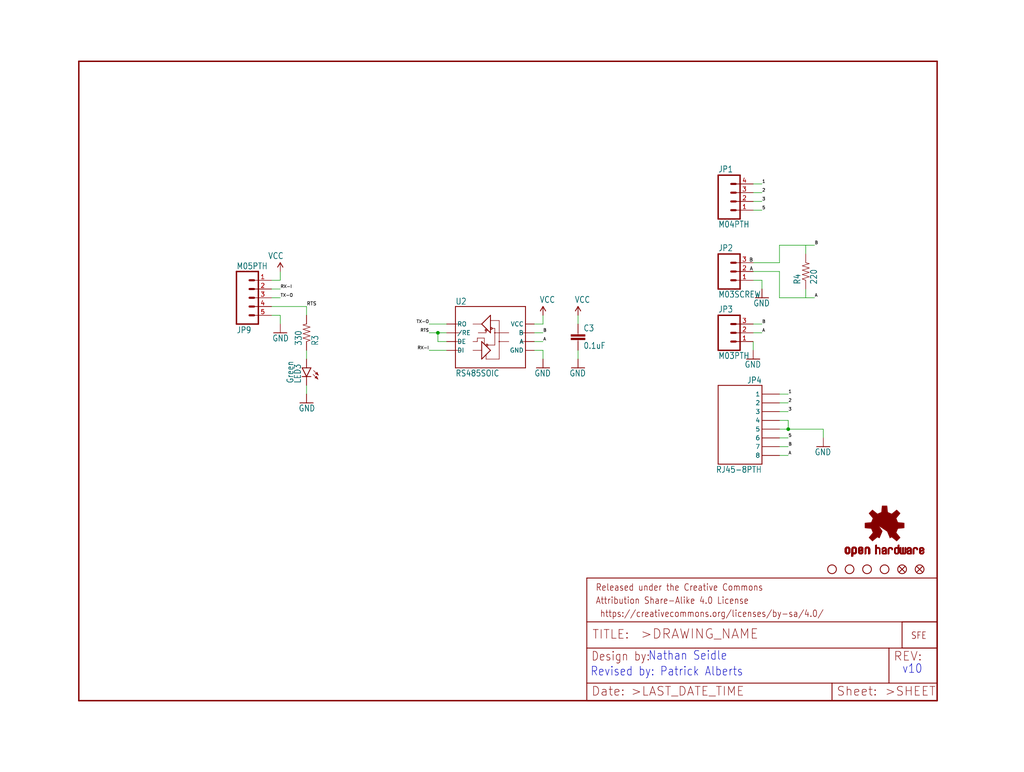
<source format=kicad_sch>
(kicad_sch (version 20211123) (generator eeschema)
  (paper "User" 297.002 223.926)
  (lib_symbols
    (symbol "eagleSchem-eagle-import:0.1UF-25V(+80{slash}-20%)(0603)"
      (property "Reference" "C" (at 1.524 2.921 0))
      (property "Value" "0.1UF-25V(+80{slash}-20%)(0603)" (at 1.524 -2.159 0))
      (symbol "0.1UF-25V(+80{slash}-20%)(0603)_1_0"
        (pin passive line (at 0 5.08 270) (length 2.54) (name "1") (number "1"))
        (pin passive line (at 0 -2.54 90) (length 2.54) (name "2") (number "2"))
      )
    )
    (symbol "eagleSchem-eagle-import:22OHM1{slash}10W1%(0603)"
      (property "Reference" "R" (at -3.81 1.4986 0))
      (property "Value" "22OHM1{slash}10W1%(0603)" (at -3.81 -3.302 0))
      (symbol "22OHM1{slash}10W1%(0603)_1_0"
        (pin passive line (at -5.08 0 0) (length 2.54) (name "1") (number "1"))
        (pin passive line (at 5.08 0 180) (length 2.54) (name "2") (number "2"))
      )
    )
    (symbol "eagleSchem-eagle-import:330OHM1{slash}10W1%(0603)"
      (property "Reference" "R" (at -3.81 1.4986 0))
      (property "Value" "330OHM1{slash}10W1%(0603)" (at -3.81 -3.302 0))
      (symbol "330OHM1{slash}10W1%(0603)_1_0"
        (pin passive line (at -5.08 0 0) (length 2.54) (name "1") (number "1"))
        (pin passive line (at 5.08 0 180) (length 2.54) (name "2") (number "2"))
      )
    )
    (symbol "eagleSchem-eagle-import:FIDUCIAL1X2")
    (symbol "eagleSchem-eagle-import:FRAME-LETTER"
      (symbol "FRAME-LETTER_2_0"
        (text " https://creativecommons.org/licenses/by-sa/4.0/" (at 2.54 24.13 0) (effects (font (size 1.9304 1.6408)) (justify left bottom)))
        (text ">DRAWING_NAME" (at 15.494 17.78 0) (effects (font (size 2.7432 2.7432)) (justify left bottom)))
        (text ">LAST_DATE_TIME" (at 12.7 1.27 0) (effects (font (size 2.54 2.54)) (justify left bottom)))
        (text ">SHEET" (at 86.36 1.27 0) (effects (font (size 2.54 2.54)) (justify left bottom)))
        (text "Attribution Share-Alike 4.0 License" (at 2.54 27.94 0) (effects (font (size 1.9304 1.6408)) (justify left bottom)))
        (text "Date:" (at 1.27 1.27 0) (effects (font (size 2.54 2.54)) (justify left bottom)))
        (text "Design by:" (at 1.27 11.43 0) (effects (font (size 2.54 2.159)) (justify left bottom)))
        (text "Released under the Creative Commons" (at 2.54 31.75 0) (effects (font (size 1.9304 1.6408)) (justify left bottom)))
        (text "REV:" (at 88.9 11.43 0) (effects (font (size 2.54 2.54)) (justify left bottom)))
        (text "Sheet:" (at 72.39 1.27 0) (effects (font (size 2.54 2.54)) (justify left bottom)))
        (text "TITLE:" (at 1.524 17.78 0) (effects (font (size 2.54 2.54)) (justify left bottom)))
      )
    )
    (symbol "eagleSchem-eagle-import:GND" (power)
      (property "Value" "GND" (at -2.54 -2.54 0))
      (symbol "GND_1_0"
        (pin power_in line (at 0 2.54 270) (length 2.54) (name "GND") (number "1"))
      )
    )
    (symbol "eagleSchem-eagle-import:LED-GREEN0603"
      (property "Reference" "D" (at 3.556 -4.572 90))
      (property "Value" "LED-GREEN0603" (at 5.715 -4.572 90))
      (symbol "LED-GREEN0603_1_0"
        (pin passive line (at 0 2.54 270) (length 2.54) (name "A") (number "A"))
        (pin passive line (at 0 -5.08 90) (length 2.54) (name "C") (number "C"))
      )
    )
    (symbol "eagleSchem-eagle-import:LOGO-SFESK"
      (symbol "LOGO-SFESK_1_0"
        (text "SFE" (at 0 0 0) (effects (font (size 1.9304 1.6408)) (justify left bottom)))
      )
    )
    (symbol "eagleSchem-eagle-import:M03PTH"
      (property "Reference" "JP" (at -2.54 5.842 0))
      (property "Value" "M03PTH" (at -2.54 -7.62 0))
      (symbol "M03PTH_1_0"
        (pin passive line (at 7.62 -2.54 180) (length 5.08) (name "1") (number "1"))
        (pin passive line (at 7.62 0 180) (length 5.08) (name "2") (number "2"))
        (pin passive line (at 7.62 2.54 180) (length 5.08) (name "3") (number "3"))
      )
    )
    (symbol "eagleSchem-eagle-import:M03SCREW"
      (property "Reference" "JP" (at -2.54 5.842 0))
      (property "Value" "M03SCREW" (at -2.54 -7.62 0))
      (symbol "M03SCREW_1_0"
        (pin passive line (at 7.62 -2.54 180) (length 5.08) (name "1") (number "1"))
        (pin passive line (at 7.62 0 180) (length 5.08) (name "2") (number "2"))
        (pin passive line (at 7.62 2.54 180) (length 5.08) (name "3") (number "3"))
      )
    )
    (symbol "eagleSchem-eagle-import:M04PTH"
      (property "Reference" "JP" (at -5.08 8.382 0))
      (property "Value" "M04PTH" (at -5.08 -7.62 0))
      (symbol "M04PTH_1_0"
        (pin passive line (at 5.08 -2.54 180) (length 5.08) (name "1") (number "1"))
        (pin passive line (at 5.08 0 180) (length 5.08) (name "2") (number "2"))
        (pin passive line (at 5.08 2.54 180) (length 5.08) (name "3") (number "3"))
        (pin passive line (at 5.08 5.08 180) (length 5.08) (name "4") (number "4"))
      )
    )
    (symbol "eagleSchem-eagle-import:M05PTH"
      (property "Reference" "JP" (at -2.54 8.382 0))
      (property "Value" "M05PTH" (at -2.54 -10.16 0))
      (symbol "M05PTH_1_0"
        (pin passive line (at 7.62 -5.08 180) (length 5.08) (name "1") (number "1"))
        (pin passive line (at 7.62 -2.54 180) (length 5.08) (name "2") (number "2"))
        (pin passive line (at 7.62 0 180) (length 5.08) (name "3") (number "3"))
        (pin passive line (at 7.62 2.54 180) (length 5.08) (name "4") (number "4"))
        (pin passive line (at 7.62 5.08 180) (length 5.08) (name "5") (number "5"))
      )
    )
    (symbol "eagleSchem-eagle-import:OSHW-LOGOS")
    (symbol "eagleSchem-eagle-import:RJ45-8PTH"
      (property "Value" "RJ45-8PTH" (at -7.62 -12.7 0))
      (symbol "RJ45-8PTH_1_0"
        (pin bidirectional line (at -12.7 10.16 0) (length 5.08) (name "1") (number "1"))
        (pin bidirectional line (at -12.7 7.62 0) (length 5.08) (name "2") (number "2"))
        (pin bidirectional line (at -12.7 5.08 0) (length 5.08) (name "3") (number "3"))
        (pin bidirectional line (at -12.7 2.54 0) (length 5.08) (name "4") (number "4"))
        (pin bidirectional line (at -12.7 0 0) (length 5.08) (name "5") (number "5"))
        (pin bidirectional line (at -12.7 -2.54 0) (length 5.08) (name "6") (number "6"))
        (pin bidirectional line (at -12.7 -5.08 0) (length 5.08) (name "7") (number "7"))
        (pin bidirectional line (at -12.7 -7.62 0) (length 5.08) (name "8") (number "8"))
      )
    )
    (symbol "eagleSchem-eagle-import:RS485SOIC"
      (property "Value" "RS485SOIC" (at -7.62 -12.7 0))
      (symbol "RS485SOIC_1_0"
        (pin bidirectional line (at -10.16 2.54 0) (length 2.54) (name "RO") (number "1"))
        (pin bidirectional line (at -10.16 0 0) (length 2.54) (name "/RE") (number "2"))
        (pin bidirectional line (at -10.16 -2.54 0) (length 2.54) (name "DE") (number "3"))
        (pin bidirectional line (at -10.16 -5.08 0) (length 2.54) (name "DI") (number "4"))
        (pin bidirectional line (at 15.24 -5.08 180) (length 2.54) (name "GND") (number "5"))
        (pin bidirectional line (at 15.24 -2.54 180) (length 2.54) (name "A") (number "6"))
        (pin bidirectional line (at 15.24 0 180) (length 2.54) (name "B") (number "7"))
        (pin bidirectional line (at 15.24 2.54 180) (length 2.54) (name "VCC") (number "8"))
      )
    )
    (symbol "eagleSchem-eagle-import:STAND-OFF")
    (symbol "eagleSchem-eagle-import:VCC" (power)
      (property "Value" "VCC" (at -1.016 3.556 0))
      (symbol "VCC_1_0"
        (pin power_in line (at 0 0 90) (length 2.54) (name "VCC") (number "1"))
      )
    )
  )
  (junction (at 127 96.52))
  (junction (at 228.6 124.46))
  (wire (pts (xy 226.06 86.36) (xy 233.68 86.36)))
  (wire (pts (xy 129.54 93.98) (xy 124.46 93.98)))
  (wire (pts (xy 233.68 86.36) (xy 233.68 83.82)))
  (wire (pts (xy 226.06 116.84) (xy 228.6 116.84)))
  (wire (pts (xy 81.28 91.44) (xy 81.28 93.98)))
  (wire (pts (xy 226.06 127) (xy 228.6 127)))
  (wire (pts (xy 129.54 99.06) (xy 127 99.06)))
  (wire (pts (xy 78.74 81.28) (xy 81.28 81.28)))
  (wire (pts (xy 157.48 93.98) (xy 157.48 91.44)))
  (wire (pts (xy 220.98 81.28) (xy 220.98 83.82)))
  (wire (pts (xy 129.54 96.52) (xy 127 96.52)))
  (wire (pts (xy 226.06 124.46) (xy 228.6 124.46)))
  (wire (pts (xy 88.9 88.9) (xy 88.9 91.44)))
  (wire (pts (xy 218.44 78.74) (xy 226.06 78.74)))
  (wire (pts (xy 218.44 96.52) (xy 220.98 96.52)))
  (wire (pts (xy 228.6 124.46) (xy 238.76 124.46)))
  (wire (pts (xy 157.48 101.6) (xy 154.94 101.6)))
  (wire (pts (xy 78.74 86.36) (xy 81.28 86.36)))
  (wire (pts (xy 233.68 86.36) (xy 236.22 86.36)))
  (wire (pts (xy 218.44 53.34) (xy 220.98 53.34)))
  (wire (pts (xy 127 96.52) (xy 124.46 96.52)))
  (wire (pts (xy 78.74 91.44) (xy 81.28 91.44)))
  (wire (pts (xy 226.06 121.92) (xy 228.6 121.92)))
  (wire (pts (xy 226.06 71.12) (xy 233.68 71.12)))
  (wire (pts (xy 228.6 121.92) (xy 228.6 124.46)))
  (wire (pts (xy 226.06 76.2) (xy 226.06 71.12)))
  (wire (pts (xy 233.68 71.12) (xy 236.22 71.12)))
  (wire (pts (xy 78.74 88.9) (xy 88.9 88.9)))
  (wire (pts (xy 218.44 55.88) (xy 220.98 55.88)))
  (wire (pts (xy 154.94 99.06) (xy 157.48 99.06)))
  (wire (pts (xy 127 99.06) (xy 127 96.52)))
  (wire (pts (xy 233.68 71.12) (xy 233.68 73.66)))
  (wire (pts (xy 218.44 58.42) (xy 220.98 58.42)))
  (wire (pts (xy 154.94 93.98) (xy 157.48 93.98)))
  (wire (pts (xy 129.54 101.6) (xy 124.46 101.6)))
  (wire (pts (xy 167.64 91.44) (xy 167.64 93.98)))
  (wire (pts (xy 157.48 101.6) (xy 157.48 104.14)))
  (wire (pts (xy 88.9 104.14) (xy 88.9 101.6)))
  (wire (pts (xy 78.74 83.82) (xy 81.28 83.82)))
  (wire (pts (xy 88.9 114.3) (xy 88.9 111.76)))
  (wire (pts (xy 81.28 81.28) (xy 81.28 78.74)))
  (wire (pts (xy 218.44 60.96) (xy 220.98 60.96)))
  (wire (pts (xy 218.44 93.98) (xy 220.98 93.98)))
  (wire (pts (xy 226.06 129.54) (xy 228.6 129.54)))
  (wire (pts (xy 226.06 119.38) (xy 228.6 119.38)))
  (wire (pts (xy 226.06 132.08) (xy 228.6 132.08)))
  (wire (pts (xy 218.44 76.2) (xy 226.06 76.2)))
  (wire (pts (xy 167.64 104.14) (xy 167.64 101.6)))
  (wire (pts (xy 226.06 78.74) (xy 226.06 86.36)))
  (wire (pts (xy 154.94 96.52) (xy 157.48 96.52)))
  (wire (pts (xy 218.44 81.28) (xy 220.98 81.28)))
  (wire (pts (xy 218.44 99.06) (xy 218.44 101.6)))
  (wire (pts (xy 238.76 124.46) (xy 238.76 127)))
  (wire (pts (xy 226.06 114.3) (xy 228.6 114.3)))
  (text "Revised by: Patrick Alberts" (at 171.196 196.342 180) (effects (font (size 2.54 2.159)) (justify left bottom)))
  (text "v10" (at 261.62 195.58 180) (effects (font (size 2.54 2.159)) (justify left bottom)))
  (text "Nathan Seidle" (at 187.96 191.77 180) (effects (font (size 2.54 2.159)) (justify left bottom)))
  (label "A" (at 218.44 78.74 180) (effects (font (size 1.016 1.016))))
  (label "B" (at 218.44 76.2 180) (effects (font (size 1.016 1.016))))
  (label "RTS" (at 88.9 88.9 0) (effects (font (size 1.016 1.016))))
  (label "2" (at 220.98 55.88 0) (effects (font (size 0.889 0.889))))
  (label "A" (at 220.98 96.52 0) (effects (font (size 0.889 0.889))))
  (label "1" (at 220.98 53.34 0) (effects (font (size 0.889 0.889))))
  (label "TX-O" (at 81.28 86.36 0) (effects (font (size 0.889 0.889))))
  (label "B" (at 157.48 96.52 0) (effects (font (size 0.889 0.889))))
  (label "3" (at 220.98 58.42 0) (effects (font (size 0.889 0.889))))
  (label "2" (at 228.6 116.84 0) (effects (font (size 0.889 0.889))))
  (label "B" (at 228.6 129.54 0) (effects (font (size 0.889 0.889))))
  (label "TX-O" (at 124.46 93.98 180) (effects (font (size 0.889 0.889))))
  (label "A" (at 236.22 86.36 0) (effects (font (size 0.889 0.889))))
  (label "1" (at 228.6 114.3 0) (effects (font (size 0.889 0.889))))
  (label "B" (at 220.98 93.98 0) (effects (font (size 0.889 0.889))))
  (label "3" (at 228.6 119.38 0) (effects (font (size 0.889 0.889))))
  (label "RTS" (at 124.46 96.52 180) (effects (font (size 0.889 0.889))))
  (label "RX-I" (at 124.46 101.6 180) (effects (font (size 0.889 0.889))))
  (label "RX-I" (at 81.28 83.82 0) (effects (font (size 0.889 0.889))))
  (label "5" (at 228.6 127 0) (effects (font (size 0.889 0.889))))
  (label "5" (at 220.98 60.96 0) (effects (font (size 0.889 0.889))))
  (label "A" (at 228.6 132.08 0) (effects (font (size 0.889 0.889))))
  (label "B" (at 236.22 71.12 0) (effects (font (size 0.889 0.889))))
  (label "A" (at 157.48 99.06 0) (effects (font (size 0.889 0.889))))
  (symbol (lib_id "eagleSchem-eagle-import:FIDUCIAL1X2") (at 261.62 165.1 0) (unit 1)
    (property "Reference" "JP5" (effects hide))
    (property "Value" "FIDUCIAL1X2" (effects hide))
    (property "Footprint" "eagleSchem:FIDUCIAL-1X2" (effects hide))
  )
  (symbol (lib_id "eagleSchem-eagle-import:STAND-OFF") (at 241.3 165.1 0) (unit 1)
    (property "Reference" "JP8" (effects hide))
    (property "Value" "STAND-OFF" (effects hide))
    (property "Footprint" "eagleSchem:STAND-OFF" (effects hide))
  )
  (symbol (lib_id "eagleSchem-eagle-import:22OHM1{slash}10W1%(0603)") (at 233.68 78.74 90) (unit 1)
    (property "Reference" "R4" (at 232.1814 82.55 0) (effects (font (size 1.778 1.5113)) (justify left bottom)))
    (property "Value" "220" (at 236.982 82.55 0) (effects (font (size 1.778 1.5113)) (justify left bottom)))
    (property "Footprint" "eagleSchem:0603-RES" (effects hide))
  )
  (symbol (lib_id "eagleSchem-eagle-import:LOGO-SFESK") (at 264.16 185.42 0) (unit 1)
    (property "Reference" "U$2" (effects hide))
    (property "Value" "LOGO-SFESK" (effects hide))
    (property "Footprint" "eagleSchem:SFE-LOGO-FLAME" (effects hide))
  )
  (symbol (lib_id "eagleSchem-eagle-import:FIDUCIAL1X2") (at 266.7 165.1 0) (unit 1)
    (property "Reference" "JP10" (effects hide))
    (property "Value" "FIDUCIAL1X2" (effects hide))
    (property "Footprint" "eagleSchem:FIDUCIAL-1X2" (effects hide))
  )
  (symbol (lib_id "eagleSchem-eagle-import:STAND-OFF") (at 256.54 165.1 0) (unit 1)
    (property "Reference" "JP15" (effects hide))
    (property "Value" "STAND-OFF" (effects hide))
    (property "Footprint" "eagleSchem:STAND-OFF" (effects hide))
  )
  (symbol (lib_id "eagleSchem-eagle-import:RS485SOIC") (at 139.7 96.52 0) (unit 1)
    (property "Reference" "U2" (at 132.08 88.392 0) (effects (font (size 1.778 1.5113)) (justify left bottom)))
    (property "Value" "RS485SOIC" (at 132.08 109.22 0) (effects (font (size 1.778 1.5113)) (justify left bottom)))
    (property "Footprint" "eagleSchem:SO08" (effects hide))
  )
  (symbol (lib_id "eagleSchem-eagle-import:STAND-OFF") (at 246.38 165.1 0) (unit 1)
    (property "Reference" "JP7" (effects hide))
    (property "Value" "STAND-OFF" (effects hide))
    (property "Footprint" "eagleSchem:STAND-OFF" (effects hide))
  )
  (symbol (lib_id "eagleSchem-eagle-import:FRAME-LETTER") (at 170.18 203.2 0) (unit 2)
    (property "Reference" "FRAME1" (effects hide))
    (property "Value" "FRAME-LETTER" (effects hide))
    (property "Footprint" "eagleSchem:CREATIVE_COMMONS" (effects hide))
  )
  (symbol (lib_id "eagleSchem-eagle-import:M04PTH") (at 213.36 58.42 0) (unit 1)
    (property "Reference" "JP1" (at 208.28 50.038 0) (effects (font (size 1.778 1.5113)) (justify left bottom)))
    (property "Value" "M04PTH" (at 208.28 66.04 0) (effects (font (size 1.778 1.5113)) (justify left bottom)))
    (property "Footprint" "eagleSchem:1X04" (effects hide))
  )
  (symbol (lib_id "eagleSchem-eagle-import:OSHW-LOGOS") (at 256.54 152.4 0) (unit 1)
    (property "Reference" "LOGO1" (effects hide))
    (property "Value" "OSHW-LOGOS" (effects hide))
    (property "Footprint" "eagleSchem:OSHW-LOGO-S" (effects hide))
  )
  (symbol (lib_id "eagleSchem-eagle-import:GND") (at 238.76 129.54 0) (unit 1)
    (property "Reference" "#GND12" (effects hide))
    (property "Value" "GND" (at 236.22 132.08 0) (effects (font (size 1.778 1.5113)) (justify left bottom)))
    (property "Footprint" "eagleSchem:" (effects hide))
  )
  (symbol (lib_id "eagleSchem-eagle-import:RJ45-8PTH") (at 213.36 124.46 0) (mirror y) (unit 1)
    (property "Reference" "JP4" (at 220.98 111.252 0) (effects (font (size 1.778 1.5113)) (justify left bottom)))
    (property "Value" "RJ45-8PTH" (at 220.98 137.16 0) (effects (font (size 1.778 1.5113)) (justify left bottom)))
    (property "Footprint" "eagleSchem:RJ45-8" (effects hide))
  )
  (symbol (lib_id "eagleSchem-eagle-import:GND") (at 88.9 116.84 0) (mirror y) (unit 1)
    (property "Reference" "#GND10" (effects hide))
    (property "Value" "GND" (at 91.44 119.38 0) (effects (font (size 1.778 1.5113)) (justify left bottom)))
    (property "Footprint" "eagleSchem:" (effects hide))
  )
  (symbol (lib_id "eagleSchem-eagle-import:GND") (at 220.98 86.36 0) (unit 1)
    (property "Reference" "#GND4" (effects hide))
    (property "Value" "GND" (at 218.44 88.9 0) (effects (font (size 1.778 1.5113)) (justify left bottom)))
    (property "Footprint" "eagleSchem:" (effects hide))
  )
  (symbol (lib_id "eagleSchem-eagle-import:VCC") (at 167.64 91.44 0) (unit 1)
    (property "Reference" "#P+6" (effects hide))
    (property "Value" "VCC" (at 166.624 87.884 0) (effects (font (size 1.778 1.5113)) (justify left bottom)))
    (property "Footprint" "eagleSchem:" (effects hide))
  )
  (symbol (lib_id "eagleSchem-eagle-import:M05PTH") (at 71.12 86.36 0) (mirror x) (unit 1)
    (property "Reference" "JP9" (at 68.58 94.742 0) (effects (font (size 1.778 1.5113)) (justify left bottom)))
    (property "Value" "M05PTH" (at 68.58 76.2 0) (effects (font (size 1.778 1.5113)) (justify left bottom)))
    (property "Footprint" "eagleSchem:1X05" (effects hide))
  )
  (symbol (lib_id "eagleSchem-eagle-import:M03SCREW") (at 210.82 78.74 0) (unit 1)
    (property "Reference" "JP2" (at 208.28 72.898 0) (effects (font (size 1.778 1.5113)) (justify left bottom)))
    (property "Value" "M03SCREW" (at 208.28 86.36 0) (effects (font (size 1.778 1.5113)) (justify left bottom)))
    (property "Footprint" "eagleSchem:SCREWTERMINAL-3.5MM-3" (effects hide))
  )
  (symbol (lib_id "eagleSchem-eagle-import:GND") (at 157.48 106.68 0) (unit 1)
    (property "Reference" "#GND9" (effects hide))
    (property "Value" "GND" (at 154.94 109.22 0) (effects (font (size 1.778 1.5113)) (justify left bottom)))
    (property "Footprint" "eagleSchem:" (effects hide))
  )
  (symbol (lib_id "eagleSchem-eagle-import:0.1UF-25V(+80{slash}-20%)(0603)") (at 167.64 99.06 0) (unit 1)
    (property "Reference" "C3" (at 169.164 96.139 0) (effects (font (size 1.778 1.5113)) (justify left bottom)))
    (property "Value" "0.1uF" (at 169.164 101.219 0) (effects (font (size 1.778 1.5113)) (justify left bottom)))
    (property "Footprint" "eagleSchem:0603-CAP" (effects hide))
  )
  (symbol (lib_id "eagleSchem-eagle-import:LED-GREEN0603") (at 88.9 106.68 0) (mirror y) (unit 1)
    (property "Reference" "LED3" (at 85.344 111.252 90) (effects (font (size 1.778 1.5113)) (justify left bottom)))
    (property "Value" "Green" (at 83.185 111.252 90) (effects (font (size 1.778 1.5113)) (justify left bottom)))
    (property "Footprint" "eagleSchem:LED-0603" (effects hide))
  )
  (symbol (lib_id "eagleSchem-eagle-import:GND") (at 218.44 104.14 0) (unit 1)
    (property "Reference" "#GND3" (effects hide))
    (property "Value" "GND" (at 215.9 106.68 0) (effects (font (size 1.778 1.5113)) (justify left bottom)))
    (property "Footprint" "eagleSchem:" (effects hide))
  )
  (symbol (lib_id "eagleSchem-eagle-import:330OHM1{slash}10W1%(0603)") (at 88.9 96.52 270) (mirror x) (unit 1)
    (property "Reference" "R3" (at 90.3986 100.33 0) (effects (font (size 1.778 1.5113)) (justify left bottom)))
    (property "Value" "330" (at 85.598 100.33 0) (effects (font (size 1.778 1.5113)) (justify left bottom)))
    (property "Footprint" "eagleSchem:0603-RES" (effects hide))
  )
  (symbol (lib_id "eagleSchem-eagle-import:VCC") (at 157.48 91.44 0) (unit 1)
    (property "Reference" "#P+5" (effects hide))
    (property "Value" "VCC" (at 156.464 87.884 0) (effects (font (size 1.778 1.5113)) (justify left bottom)))
    (property "Footprint" "eagleSchem:" (effects hide))
  )
  (symbol (lib_id "eagleSchem-eagle-import:STAND-OFF") (at 251.46 165.1 0) (unit 1)
    (property "Reference" "JP6" (effects hide))
    (property "Value" "STAND-OFF" (effects hide))
    (property "Footprint" "eagleSchem:STAND-OFF" (effects hide))
  )
  (symbol (lib_id "eagleSchem-eagle-import:FRAME-LETTER") (at 22.86 203.2 0) (unit 1)
    (property "Reference" "FRAME1" (effects hide))
    (property "Value" "FRAME-LETTER" (effects hide))
    (property "Footprint" "eagleSchem:CREATIVE_COMMONS" (effects hide))
  )
  (symbol (lib_id "eagleSchem-eagle-import:VCC") (at 81.28 78.74 0) (mirror y) (unit 1)
    (property "Reference" "#P+2" (effects hide))
    (property "Value" "VCC" (at 82.296 75.184 0) (effects (font (size 1.778 1.5113)) (justify left bottom)))
    (property "Footprint" "eagleSchem:" (effects hide))
  )
  (symbol (lib_id "eagleSchem-eagle-import:GND") (at 167.64 106.68 0) (unit 1)
    (property "Reference" "#GND11" (effects hide))
    (property "Value" "GND" (at 165.1 109.22 0) (effects (font (size 1.778 1.5113)) (justify left bottom)))
    (property "Footprint" "eagleSchem:" (effects hide))
  )
  (symbol (lib_id "eagleSchem-eagle-import:GND") (at 81.28 96.52 0) (mirror y) (unit 1)
    (property "Reference" "#GND6" (effects hide))
    (property "Value" "GND" (at 83.82 99.06 0) (effects (font (size 1.778 1.5113)) (justify left bottom)))
    (property "Footprint" "eagleSchem:" (effects hide))
  )
  (symbol (lib_id "eagleSchem-eagle-import:M03PTH") (at 210.82 96.52 0) (unit 1)
    (property "Reference" "JP3" (at 208.28 90.678 0) (effects (font (size 1.778 1.5113)) (justify left bottom)))
    (property "Value" "M03PTH" (at 208.28 104.14 0) (effects (font (size 1.778 1.5113)) (justify left bottom)))
    (property "Footprint" "eagleSchem:1X03" (effects hide))
  )
)
</source>
